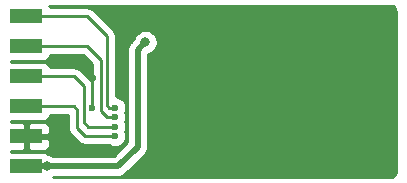
<source format=gbr>
%TF.GenerationSoftware,KiCad,Pcbnew,(5.1.10)-1*%
%TF.CreationDate,2021-08-16T02:03:12+08:00*%
%TF.ProjectId,Pmod-8switch,506d6f64-2d38-4737-9769-7463682e6b69,rev?*%
%TF.SameCoordinates,Original*%
%TF.FileFunction,Copper,L2,Bot*%
%TF.FilePolarity,Positive*%
%FSLAX46Y46*%
G04 Gerber Fmt 4.6, Leading zero omitted, Abs format (unit mm)*
G04 Created by KiCad (PCBNEW (5.1.10)-1) date 2021-08-16 02:03:12*
%MOMM*%
%LPD*%
G01*
G04 APERTURE LIST*
%TA.AperFunction,SMDPad,CuDef*%
%ADD10R,2.800000X1.200000*%
%TD*%
%TA.AperFunction,ViaPad*%
%ADD11C,0.600000*%
%TD*%
%TA.AperFunction,ViaPad*%
%ADD12C,0.800000*%
%TD*%
%TA.AperFunction,Conductor*%
%ADD13C,0.250000*%
%TD*%
%TA.AperFunction,Conductor*%
%ADD14C,0.500000*%
%TD*%
%TA.AperFunction,Conductor*%
%ADD15C,0.254000*%
%TD*%
%TA.AperFunction,Conductor*%
%ADD16C,0.100000*%
%TD*%
G04 APERTURE END LIST*
D10*
%TO.P,PMOD1,7*%
%TO.N,IO4*%
X154533600Y-118071900D03*
%TO.P,PMOD1,8*%
%TO.N,IO5*%
X154533600Y-120611900D03*
%TO.P,PMOD1,9*%
%TO.N,IO6*%
X154533600Y-123151900D03*
%TO.P,PMOD1,10*%
%TO.N,IO7*%
X154533600Y-125691900D03*
%TO.P,PMOD1,11*%
%TO.N,GND*%
X154533600Y-128231900D03*
%TO.P,PMOD1,12*%
%TO.N,+3V3*%
X154533600Y-130771900D03*
%TD*%
D11*
%TO.N,IO4*%
X162052000Y-125780800D03*
%TO.N,IO5*%
X162052000Y-126593600D03*
%TO.N,IO6*%
X162052000Y-127393603D03*
%TO.N,IO7*%
X162052000Y-128193800D03*
%TO.N,GND*%
X156768800Y-126949200D03*
X156768800Y-121869200D03*
X156768800Y-129489200D03*
X160121600Y-125841999D03*
X160157142Y-123281458D03*
D12*
%TO.N,+3V3*%
X156298904Y-130771900D03*
X164617400Y-120243600D03*
%TD*%
D13*
%TO.N,IO4*%
X159702500Y-118071900D02*
X154533600Y-118071900D01*
X161340800Y-119710200D02*
X159702500Y-118071900D01*
X161340800Y-125552200D02*
X161340800Y-119710200D01*
X161569400Y-125780800D02*
X161340800Y-125552200D01*
X162052000Y-125780800D02*
X161569400Y-125780800D01*
%TO.N,IO5*%
X160858200Y-121793000D02*
X159677100Y-120611900D01*
X159677100Y-120611900D02*
X154533600Y-120611900D01*
X160858200Y-126085600D02*
X160858200Y-121793000D01*
X161366200Y-126593600D02*
X160858200Y-126085600D01*
X162052000Y-126593600D02*
X161366200Y-126593600D01*
%TO.N,IO6*%
X158610300Y-123151900D02*
X154533600Y-123151900D01*
X159385000Y-123926600D02*
X158610300Y-123151900D01*
X159385000Y-126974600D02*
X159385000Y-123926600D01*
X159804003Y-127393603D02*
X159385000Y-126974600D01*
X162052000Y-127393603D02*
X159804003Y-127393603D01*
%TO.N,IO7*%
X158851600Y-125984000D02*
X158559500Y-125691900D01*
X158851600Y-127533400D02*
X158851600Y-125984000D01*
X158559500Y-125691900D02*
X154533600Y-125691900D01*
X159512000Y-128193800D02*
X158851600Y-127533400D01*
X162052000Y-128193800D02*
X159512000Y-128193800D01*
%TO.N,GND*%
X160121600Y-123317000D02*
X160157142Y-123281458D01*
X160121600Y-125841999D02*
X160121600Y-123317000D01*
D14*
%TO.N,+3V3*%
X156298904Y-130771900D02*
X154533600Y-130771900D01*
X162293300Y-130771900D02*
X156298904Y-130771900D01*
X163957000Y-129108200D02*
X162293300Y-130771900D01*
X163957000Y-120904000D02*
X163957000Y-129108200D01*
X164617400Y-120243600D02*
X163957000Y-120904000D01*
%TD*%
D15*
%TO.N,GND*%
X185435832Y-117157513D02*
X185522054Y-117183545D01*
X185601577Y-117225828D01*
X185671372Y-117282752D01*
X185728779Y-117352145D01*
X185771618Y-117431372D01*
X185798250Y-117517409D01*
X185811201Y-117640624D01*
X185811200Y-131174243D01*
X185798886Y-131299831D01*
X185772853Y-131386058D01*
X185730573Y-131465575D01*
X185673649Y-131535370D01*
X185604252Y-131592780D01*
X185525030Y-131635616D01*
X185438990Y-131662249D01*
X185315776Y-131675200D01*
X156809970Y-131675200D01*
X156837358Y-131656900D01*
X162249831Y-131656900D01*
X162293300Y-131661181D01*
X162336769Y-131656900D01*
X162336777Y-131656900D01*
X162466790Y-131644095D01*
X162633613Y-131593489D01*
X162787359Y-131511311D01*
X162922117Y-131400717D01*
X162949834Y-131366944D01*
X164552049Y-129764730D01*
X164585817Y-129737017D01*
X164696411Y-129602259D01*
X164778589Y-129448513D01*
X164829195Y-129281690D01*
X164842000Y-129151677D01*
X164842000Y-129151667D01*
X164846281Y-129108201D01*
X164842000Y-129064735D01*
X164842000Y-121270578D01*
X164862443Y-121250135D01*
X164919298Y-121238826D01*
X165107656Y-121160805D01*
X165277174Y-121047537D01*
X165421337Y-120903374D01*
X165534605Y-120733856D01*
X165612626Y-120545498D01*
X165652400Y-120345539D01*
X165652400Y-120141661D01*
X165612626Y-119941702D01*
X165534605Y-119753344D01*
X165421337Y-119583826D01*
X165277174Y-119439663D01*
X165107656Y-119326395D01*
X164919298Y-119248374D01*
X164719339Y-119208600D01*
X164515461Y-119208600D01*
X164315502Y-119248374D01*
X164127144Y-119326395D01*
X163957626Y-119439663D01*
X163813463Y-119583826D01*
X163700195Y-119753344D01*
X163622174Y-119941702D01*
X163610865Y-119998557D01*
X163361956Y-120247466D01*
X163328183Y-120275183D01*
X163217589Y-120409942D01*
X163135411Y-120563688D01*
X163120786Y-120611900D01*
X163084805Y-120730510D01*
X163084101Y-120737659D01*
X163072000Y-120860524D01*
X163072000Y-120860531D01*
X163067719Y-120904000D01*
X163072000Y-120947469D01*
X163072001Y-128741620D01*
X161926722Y-129886900D01*
X156837358Y-129886900D01*
X156789160Y-129854695D01*
X156600802Y-129776674D01*
X156400843Y-129736900D01*
X156398068Y-129736900D01*
X156384785Y-129720715D01*
X156288094Y-129641363D01*
X156177780Y-129582398D01*
X156058082Y-129546088D01*
X155933600Y-129533828D01*
X153281200Y-129533828D01*
X153281200Y-129469565D01*
X154247850Y-129466900D01*
X154406600Y-129308150D01*
X154406600Y-128358900D01*
X154660600Y-128358900D01*
X154660600Y-129308150D01*
X154819350Y-129466900D01*
X155933600Y-129469972D01*
X156058082Y-129457712D01*
X156177780Y-129421402D01*
X156288094Y-129362437D01*
X156384785Y-129283085D01*
X156464137Y-129186394D01*
X156523102Y-129076080D01*
X156559412Y-128956382D01*
X156571672Y-128831900D01*
X156568600Y-128517650D01*
X156409850Y-128358900D01*
X154660600Y-128358900D01*
X154406600Y-128358900D01*
X154386600Y-128358900D01*
X154386600Y-128104900D01*
X154406600Y-128104900D01*
X154406600Y-127155650D01*
X154660600Y-127155650D01*
X154660600Y-128104900D01*
X156409850Y-128104900D01*
X156568600Y-127946150D01*
X156571672Y-127631900D01*
X156559412Y-127507418D01*
X156523102Y-127387720D01*
X156464137Y-127277406D01*
X156384785Y-127180715D01*
X156288094Y-127101363D01*
X156177780Y-127042398D01*
X156058082Y-127006088D01*
X155933600Y-126993828D01*
X154819350Y-126996900D01*
X154660600Y-127155650D01*
X154406600Y-127155650D01*
X154247850Y-126996900D01*
X153281200Y-126994235D01*
X153281200Y-126929972D01*
X155933600Y-126929972D01*
X156058082Y-126917712D01*
X156177780Y-126881402D01*
X156288094Y-126822437D01*
X156384785Y-126743085D01*
X156464137Y-126646394D01*
X156523102Y-126536080D01*
X156548638Y-126451900D01*
X158091601Y-126451900D01*
X158091600Y-127496077D01*
X158087924Y-127533400D01*
X158091600Y-127570722D01*
X158091600Y-127570732D01*
X158102597Y-127682385D01*
X158123384Y-127750911D01*
X158146054Y-127825646D01*
X158216626Y-127957676D01*
X158242851Y-127989631D01*
X158311599Y-128073401D01*
X158340602Y-128097203D01*
X158948200Y-128704802D01*
X158971999Y-128733801D01*
X159087724Y-128828774D01*
X159219753Y-128899346D01*
X159363014Y-128942803D01*
X159474667Y-128953800D01*
X159474675Y-128953800D01*
X159512000Y-128957476D01*
X159549325Y-128953800D01*
X161506465Y-128953800D01*
X161609111Y-129022386D01*
X161779271Y-129092868D01*
X161959911Y-129128800D01*
X162144089Y-129128800D01*
X162324729Y-129092868D01*
X162494889Y-129022386D01*
X162648028Y-128920062D01*
X162778262Y-128789828D01*
X162880586Y-128636689D01*
X162951068Y-128466529D01*
X162987000Y-128285889D01*
X162987000Y-128101711D01*
X162951068Y-127921071D01*
X162898310Y-127793702D01*
X162951068Y-127666332D01*
X162987000Y-127485692D01*
X162987000Y-127301514D01*
X162951068Y-127120874D01*
X162898350Y-126993602D01*
X162951068Y-126866329D01*
X162987000Y-126685689D01*
X162987000Y-126501511D01*
X162951068Y-126320871D01*
X162895700Y-126187200D01*
X162951068Y-126053529D01*
X162987000Y-125872889D01*
X162987000Y-125688711D01*
X162951068Y-125508071D01*
X162880586Y-125337911D01*
X162778262Y-125184772D01*
X162648028Y-125054538D01*
X162494889Y-124952214D01*
X162324729Y-124881732D01*
X162144089Y-124845800D01*
X162100800Y-124845800D01*
X162100800Y-119747522D01*
X162104476Y-119710199D01*
X162100800Y-119672876D01*
X162100800Y-119672867D01*
X162089803Y-119561214D01*
X162046346Y-119417953D01*
X162029314Y-119386088D01*
X161975774Y-119285923D01*
X161904599Y-119199197D01*
X161880801Y-119170199D01*
X161851803Y-119146401D01*
X160266304Y-117560903D01*
X160242501Y-117531899D01*
X160126776Y-117436926D01*
X159994747Y-117366354D01*
X159851486Y-117322897D01*
X159739833Y-117311900D01*
X159739822Y-117311900D01*
X159702500Y-117308224D01*
X159665178Y-117311900D01*
X156548638Y-117311900D01*
X156523102Y-117227720D01*
X156478993Y-117145200D01*
X185310253Y-117145200D01*
X185435832Y-117157513D01*
%TA.AperFunction,Conductor*%
D16*
G36*
X185435832Y-117157513D02*
G01*
X185522054Y-117183545D01*
X185601577Y-117225828D01*
X185671372Y-117282752D01*
X185728779Y-117352145D01*
X185771618Y-117431372D01*
X185798250Y-117517409D01*
X185811201Y-117640624D01*
X185811200Y-131174243D01*
X185798886Y-131299831D01*
X185772853Y-131386058D01*
X185730573Y-131465575D01*
X185673649Y-131535370D01*
X185604252Y-131592780D01*
X185525030Y-131635616D01*
X185438990Y-131662249D01*
X185315776Y-131675200D01*
X156809970Y-131675200D01*
X156837358Y-131656900D01*
X162249831Y-131656900D01*
X162293300Y-131661181D01*
X162336769Y-131656900D01*
X162336777Y-131656900D01*
X162466790Y-131644095D01*
X162633613Y-131593489D01*
X162787359Y-131511311D01*
X162922117Y-131400717D01*
X162949834Y-131366944D01*
X164552049Y-129764730D01*
X164585817Y-129737017D01*
X164696411Y-129602259D01*
X164778589Y-129448513D01*
X164829195Y-129281690D01*
X164842000Y-129151677D01*
X164842000Y-129151667D01*
X164846281Y-129108201D01*
X164842000Y-129064735D01*
X164842000Y-121270578D01*
X164862443Y-121250135D01*
X164919298Y-121238826D01*
X165107656Y-121160805D01*
X165277174Y-121047537D01*
X165421337Y-120903374D01*
X165534605Y-120733856D01*
X165612626Y-120545498D01*
X165652400Y-120345539D01*
X165652400Y-120141661D01*
X165612626Y-119941702D01*
X165534605Y-119753344D01*
X165421337Y-119583826D01*
X165277174Y-119439663D01*
X165107656Y-119326395D01*
X164919298Y-119248374D01*
X164719339Y-119208600D01*
X164515461Y-119208600D01*
X164315502Y-119248374D01*
X164127144Y-119326395D01*
X163957626Y-119439663D01*
X163813463Y-119583826D01*
X163700195Y-119753344D01*
X163622174Y-119941702D01*
X163610865Y-119998557D01*
X163361956Y-120247466D01*
X163328183Y-120275183D01*
X163217589Y-120409942D01*
X163135411Y-120563688D01*
X163120786Y-120611900D01*
X163084805Y-120730510D01*
X163084101Y-120737659D01*
X163072000Y-120860524D01*
X163072000Y-120860531D01*
X163067719Y-120904000D01*
X163072000Y-120947469D01*
X163072001Y-128741620D01*
X161926722Y-129886900D01*
X156837358Y-129886900D01*
X156789160Y-129854695D01*
X156600802Y-129776674D01*
X156400843Y-129736900D01*
X156398068Y-129736900D01*
X156384785Y-129720715D01*
X156288094Y-129641363D01*
X156177780Y-129582398D01*
X156058082Y-129546088D01*
X155933600Y-129533828D01*
X153281200Y-129533828D01*
X153281200Y-129469565D01*
X154247850Y-129466900D01*
X154406600Y-129308150D01*
X154406600Y-128358900D01*
X154660600Y-128358900D01*
X154660600Y-129308150D01*
X154819350Y-129466900D01*
X155933600Y-129469972D01*
X156058082Y-129457712D01*
X156177780Y-129421402D01*
X156288094Y-129362437D01*
X156384785Y-129283085D01*
X156464137Y-129186394D01*
X156523102Y-129076080D01*
X156559412Y-128956382D01*
X156571672Y-128831900D01*
X156568600Y-128517650D01*
X156409850Y-128358900D01*
X154660600Y-128358900D01*
X154406600Y-128358900D01*
X154386600Y-128358900D01*
X154386600Y-128104900D01*
X154406600Y-128104900D01*
X154406600Y-127155650D01*
X154660600Y-127155650D01*
X154660600Y-128104900D01*
X156409850Y-128104900D01*
X156568600Y-127946150D01*
X156571672Y-127631900D01*
X156559412Y-127507418D01*
X156523102Y-127387720D01*
X156464137Y-127277406D01*
X156384785Y-127180715D01*
X156288094Y-127101363D01*
X156177780Y-127042398D01*
X156058082Y-127006088D01*
X155933600Y-126993828D01*
X154819350Y-126996900D01*
X154660600Y-127155650D01*
X154406600Y-127155650D01*
X154247850Y-126996900D01*
X153281200Y-126994235D01*
X153281200Y-126929972D01*
X155933600Y-126929972D01*
X156058082Y-126917712D01*
X156177780Y-126881402D01*
X156288094Y-126822437D01*
X156384785Y-126743085D01*
X156464137Y-126646394D01*
X156523102Y-126536080D01*
X156548638Y-126451900D01*
X158091601Y-126451900D01*
X158091600Y-127496077D01*
X158087924Y-127533400D01*
X158091600Y-127570722D01*
X158091600Y-127570732D01*
X158102597Y-127682385D01*
X158123384Y-127750911D01*
X158146054Y-127825646D01*
X158216626Y-127957676D01*
X158242851Y-127989631D01*
X158311599Y-128073401D01*
X158340602Y-128097203D01*
X158948200Y-128704802D01*
X158971999Y-128733801D01*
X159087724Y-128828774D01*
X159219753Y-128899346D01*
X159363014Y-128942803D01*
X159474667Y-128953800D01*
X159474675Y-128953800D01*
X159512000Y-128957476D01*
X159549325Y-128953800D01*
X161506465Y-128953800D01*
X161609111Y-129022386D01*
X161779271Y-129092868D01*
X161959911Y-129128800D01*
X162144089Y-129128800D01*
X162324729Y-129092868D01*
X162494889Y-129022386D01*
X162648028Y-128920062D01*
X162778262Y-128789828D01*
X162880586Y-128636689D01*
X162951068Y-128466529D01*
X162987000Y-128285889D01*
X162987000Y-128101711D01*
X162951068Y-127921071D01*
X162898310Y-127793702D01*
X162951068Y-127666332D01*
X162987000Y-127485692D01*
X162987000Y-127301514D01*
X162951068Y-127120874D01*
X162898350Y-126993602D01*
X162951068Y-126866329D01*
X162987000Y-126685689D01*
X162987000Y-126501511D01*
X162951068Y-126320871D01*
X162895700Y-126187200D01*
X162951068Y-126053529D01*
X162987000Y-125872889D01*
X162987000Y-125688711D01*
X162951068Y-125508071D01*
X162880586Y-125337911D01*
X162778262Y-125184772D01*
X162648028Y-125054538D01*
X162494889Y-124952214D01*
X162324729Y-124881732D01*
X162144089Y-124845800D01*
X162100800Y-124845800D01*
X162100800Y-119747522D01*
X162104476Y-119710199D01*
X162100800Y-119672876D01*
X162100800Y-119672867D01*
X162089803Y-119561214D01*
X162046346Y-119417953D01*
X162029314Y-119386088D01*
X161975774Y-119285923D01*
X161904599Y-119199197D01*
X161880801Y-119170199D01*
X161851803Y-119146401D01*
X160266304Y-117560903D01*
X160242501Y-117531899D01*
X160126776Y-117436926D01*
X159994747Y-117366354D01*
X159851486Y-117322897D01*
X159739833Y-117311900D01*
X159739822Y-117311900D01*
X159702500Y-117308224D01*
X159665178Y-117311900D01*
X156548638Y-117311900D01*
X156523102Y-117227720D01*
X156478993Y-117145200D01*
X185310253Y-117145200D01*
X185435832Y-117157513D01*
G37*
%TD.AperFunction*%
D15*
X160098201Y-122107803D02*
X160098201Y-123659587D01*
X160090546Y-123634353D01*
X160019974Y-123502324D01*
X159925001Y-123386599D01*
X159896002Y-123362801D01*
X159174103Y-122640902D01*
X159150301Y-122611899D01*
X159034576Y-122516926D01*
X158902547Y-122446354D01*
X158759286Y-122402897D01*
X158647633Y-122391900D01*
X158647622Y-122391900D01*
X158610300Y-122388224D01*
X158572978Y-122391900D01*
X156548638Y-122391900D01*
X156523102Y-122307720D01*
X156464137Y-122197406D01*
X156384785Y-122100715D01*
X156288094Y-122021363D01*
X156177780Y-121962398D01*
X156058082Y-121926088D01*
X155933600Y-121913828D01*
X153281200Y-121913828D01*
X153281200Y-121849972D01*
X155933600Y-121849972D01*
X156058082Y-121837712D01*
X156177780Y-121801402D01*
X156288094Y-121742437D01*
X156384785Y-121663085D01*
X156464137Y-121566394D01*
X156523102Y-121456080D01*
X156548638Y-121371900D01*
X159362299Y-121371900D01*
X160098201Y-122107803D01*
%TA.AperFunction,Conductor*%
D16*
G36*
X160098201Y-122107803D02*
G01*
X160098201Y-123659587D01*
X160090546Y-123634353D01*
X160019974Y-123502324D01*
X159925001Y-123386599D01*
X159896002Y-123362801D01*
X159174103Y-122640902D01*
X159150301Y-122611899D01*
X159034576Y-122516926D01*
X158902547Y-122446354D01*
X158759286Y-122402897D01*
X158647633Y-122391900D01*
X158647622Y-122391900D01*
X158610300Y-122388224D01*
X158572978Y-122391900D01*
X156548638Y-122391900D01*
X156523102Y-122307720D01*
X156464137Y-122197406D01*
X156384785Y-122100715D01*
X156288094Y-122021363D01*
X156177780Y-121962398D01*
X156058082Y-121926088D01*
X155933600Y-121913828D01*
X153281200Y-121913828D01*
X153281200Y-121849972D01*
X155933600Y-121849972D01*
X156058082Y-121837712D01*
X156177780Y-121801402D01*
X156288094Y-121742437D01*
X156384785Y-121663085D01*
X156464137Y-121566394D01*
X156523102Y-121456080D01*
X156548638Y-121371900D01*
X159362299Y-121371900D01*
X160098201Y-122107803D01*
G37*
%TD.AperFunction*%
%TD*%
M02*

</source>
